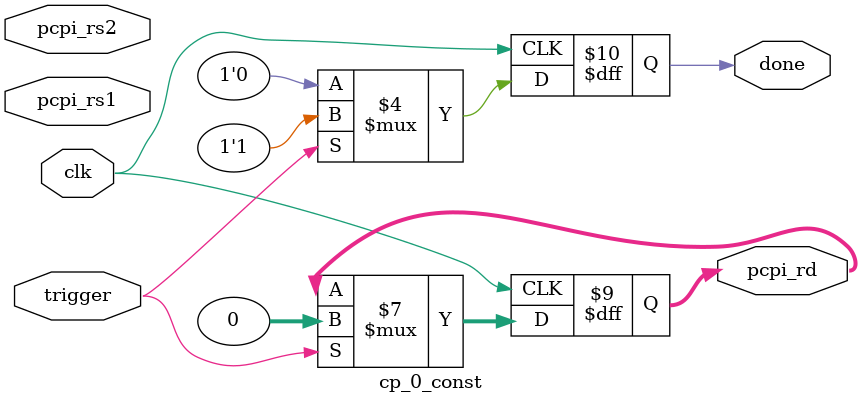
<source format=v>
module cp_0_const(
    input clk,
    input[31:0] pcpi_rs1,
    input[31:0] pcpi_rs2,
    output reg[31:0] pcpi_rd,
    input trigger,
    output reg done = 0
);

always @(posedge clk) begin
    if (trigger) begin
        pcpi_rd <= 32'h00000000;
        done <= 1;
    end else begin
        done <= 0;
    end
end


endmodule
</source>
